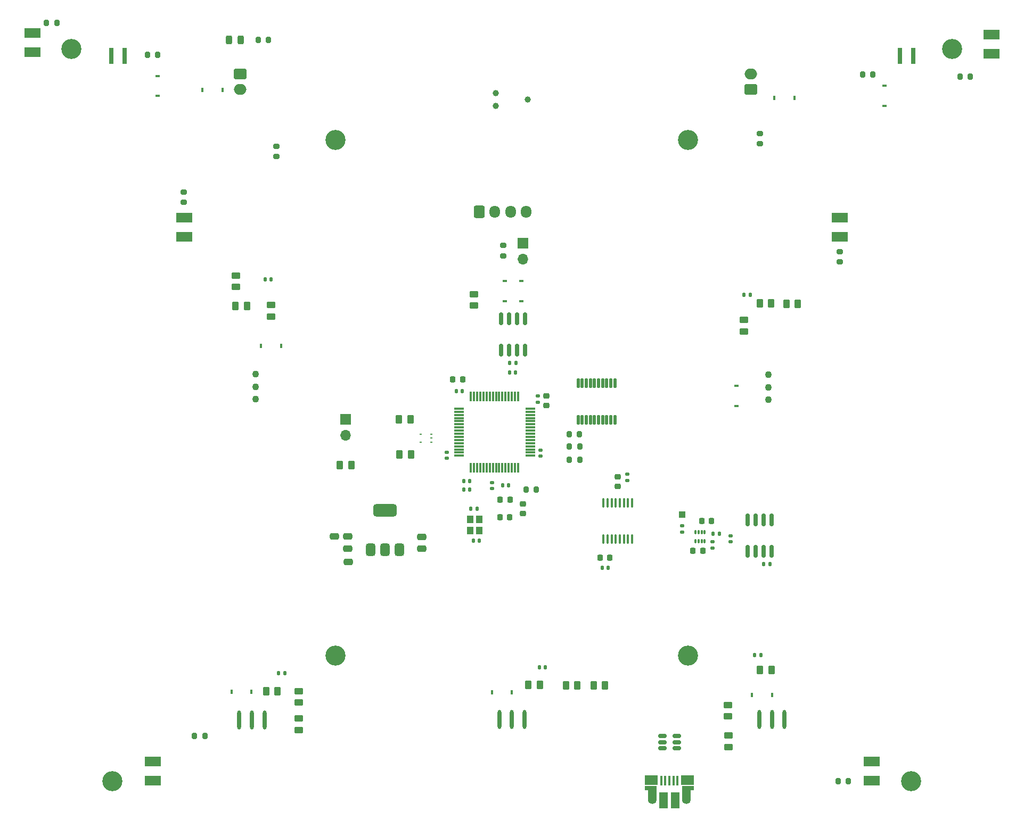
<source format=gts>
G04 #@! TF.GenerationSoftware,KiCad,Pcbnew,8.0.2*
G04 #@! TF.CreationDate,2025-01-24T23:56:58-07:00*
G04 #@! TF.ProjectId,steering wheel v4,73746565-7269-46e6-9720-776865656c20,rev?*
G04 #@! TF.SameCoordinates,Original*
G04 #@! TF.FileFunction,Soldermask,Top*
G04 #@! TF.FilePolarity,Negative*
%FSLAX46Y46*%
G04 Gerber Fmt 4.6, Leading zero omitted, Abs format (unit mm)*
G04 Created by KiCad (PCBNEW 8.0.2) date 2025-01-24 23:56:58*
%MOMM*%
%LPD*%
G01*
G04 APERTURE LIST*
G04 Aperture macros list*
%AMRoundRect*
0 Rectangle with rounded corners*
0 $1 Rounding radius*
0 $2 $3 $4 $5 $6 $7 $8 $9 X,Y pos of 4 corners*
0 Add a 4 corners polygon primitive as box body*
4,1,4,$2,$3,$4,$5,$6,$7,$8,$9,$2,$3,0*
0 Add four circle primitives for the rounded corners*
1,1,$1+$1,$2,$3*
1,1,$1+$1,$4,$5*
1,1,$1+$1,$6,$7*
1,1,$1+$1,$8,$9*
0 Add four rect primitives between the rounded corners*
20,1,$1+$1,$2,$3,$4,$5,0*
20,1,$1+$1,$4,$5,$6,$7,0*
20,1,$1+$1,$6,$7,$8,$9,0*
20,1,$1+$1,$8,$9,$2,$3,0*%
G04 Aperture macros list end*
%ADD10RoundRect,0.140000X-0.140000X-0.170000X0.140000X-0.170000X0.140000X0.170000X-0.140000X0.170000X0*%
%ADD11RoundRect,0.225000X-0.225000X-0.250000X0.225000X-0.250000X0.225000X0.250000X-0.225000X0.250000X0*%
%ADD12RoundRect,0.250000X0.475000X-0.250000X0.475000X0.250000X-0.475000X0.250000X-0.475000X-0.250000X0*%
%ADD13RoundRect,0.200000X-0.200000X-0.275000X0.200000X-0.275000X0.200000X0.275000X-0.200000X0.275000X0*%
%ADD14R,1.000000X1.150000*%
%ADD15C,3.200000*%
%ADD16RoundRect,0.250000X-0.262500X-0.450000X0.262500X-0.450000X0.262500X0.450000X-0.262500X0.450000X0*%
%ADD17R,1.700000X1.700000*%
%ADD18O,1.700000X1.700000*%
%ADD19R,0.800000X0.400000*%
%ADD20RoundRect,0.250000X-0.450000X0.262500X-0.450000X-0.262500X0.450000X-0.262500X0.450000X0.262500X0*%
%ADD21RoundRect,0.140000X0.170000X-0.140000X0.170000X0.140000X-0.170000X0.140000X-0.170000X-0.140000X0*%
%ADD22RoundRect,0.200000X0.200000X0.275000X-0.200000X0.275000X-0.200000X-0.275000X0.200000X-0.275000X0*%
%ADD23R,2.600000X1.500000*%
%ADD24RoundRect,0.250000X0.450000X-0.262500X0.450000X0.262500X-0.450000X0.262500X-0.450000X-0.262500X0*%
%ADD25RoundRect,0.250000X0.262500X0.450000X-0.262500X0.450000X-0.262500X-0.450000X0.262500X-0.450000X0*%
%ADD26RoundRect,0.218750X-0.256250X0.218750X-0.256250X-0.218750X0.256250X-0.218750X0.256250X0.218750X0*%
%ADD27RoundRect,0.135000X-0.185000X0.135000X-0.185000X-0.135000X0.185000X-0.135000X0.185000X0.135000X0*%
%ADD28R,0.400000X1.650000*%
%ADD29R,1.825000X0.700000*%
%ADD30R,2.000000X1.500000*%
%ADD31R,1.350000X2.000000*%
%ADD32O,1.350000X1.700000*%
%ADD33O,1.100000X1.500000*%
%ADD34R,1.430000X2.500000*%
%ADD35C,1.100000*%
%ADD36RoundRect,0.100000X0.100000X-0.637500X0.100000X0.637500X-0.100000X0.637500X-0.100000X-0.637500X0*%
%ADD37RoundRect,0.200000X0.275000X-0.200000X0.275000X0.200000X-0.275000X0.200000X-0.275000X-0.200000X0*%
%ADD38RoundRect,0.225000X0.250000X-0.225000X0.250000X0.225000X-0.250000X0.225000X-0.250000X-0.225000X0*%
%ADD39R,0.400000X0.800000*%
%ADD40RoundRect,0.200000X-0.275000X0.200000X-0.275000X-0.200000X0.275000X-0.200000X0.275000X0.200000X0*%
%ADD41RoundRect,0.140000X-0.170000X0.140000X-0.170000X-0.140000X0.170000X-0.140000X0.170000X0.140000X0*%
%ADD42R,1.000000X1.000000*%
%ADD43RoundRect,0.375000X0.375000X-0.625000X0.375000X0.625000X-0.375000X0.625000X-0.375000X-0.625000X0*%
%ADD44RoundRect,0.500000X1.400000X-0.500000X1.400000X0.500000X-1.400000X0.500000X-1.400000X-0.500000X0*%
%ADD45RoundRect,0.135000X-0.135000X-0.185000X0.135000X-0.185000X0.135000X0.185000X-0.135000X0.185000X0*%
%ADD46RoundRect,0.150000X0.512500X0.150000X-0.512500X0.150000X-0.512500X-0.150000X0.512500X-0.150000X0*%
%ADD47RoundRect,0.150000X0.150000X-0.825000X0.150000X0.825000X-0.150000X0.825000X-0.150000X-0.825000X0*%
%ADD48R,0.750000X2.530000*%
%ADD49RoundRect,0.250000X-0.600000X-0.725000X0.600000X-0.725000X0.600000X0.725000X-0.600000X0.725000X0*%
%ADD50O,1.700000X1.950000*%
%ADD51RoundRect,0.250000X-0.750000X0.600000X-0.750000X-0.600000X0.750000X-0.600000X0.750000X0.600000X0*%
%ADD52O,2.000000X1.700000*%
%ADD53RoundRect,0.300000X0.000010X1.200000X-0.000010X1.200000X-0.000010X-1.200000X0.000010X-1.200000X0*%
%ADD54RoundRect,0.075000X0.075000X-0.260000X0.075000X0.260000X-0.075000X0.260000X-0.075000X-0.260000X0*%
%ADD55RoundRect,0.075000X0.075000X-0.700000X0.075000X0.700000X-0.075000X0.700000X-0.075000X-0.700000X0*%
%ADD56RoundRect,0.075000X0.700000X-0.075000X0.700000X0.075000X-0.700000X0.075000X-0.700000X-0.075000X0*%
%ADD57RoundRect,0.050000X0.175000X-0.700000X0.175000X0.700000X-0.175000X0.700000X-0.175000X-0.700000X0*%
%ADD58RoundRect,0.090000X0.135000X-0.660000X0.135000X0.660000X-0.135000X0.660000X-0.135000X-0.660000X0*%
%ADD59RoundRect,0.225000X0.225000X0.250000X-0.225000X0.250000X-0.225000X-0.250000X0.225000X-0.250000X0*%
%ADD60RoundRect,0.140000X0.140000X0.170000X-0.140000X0.170000X-0.140000X-0.170000X0.140000X-0.170000X0*%
%ADD61R,0.425000X0.200000*%
%ADD62RoundRect,0.250000X0.750000X-0.600000X0.750000X0.600000X-0.750000X0.600000X-0.750000X-0.600000X0*%
%ADD63RoundRect,0.135000X0.185000X-0.135000X0.185000X0.135000X-0.185000X0.135000X-0.185000X-0.135000X0*%
%ADD64RoundRect,0.250000X-0.475000X0.250000X-0.475000X-0.250000X0.475000X-0.250000X0.475000X0.250000X0*%
%ADD65RoundRect,0.243750X-0.243750X-0.456250X0.243750X-0.456250X0.243750X0.456250X-0.243750X0.456250X0*%
%ADD66C,0.990600*%
G04 APERTURE END LIST*
D10*
X166286122Y-113562913D03*
X167246122Y-113562913D03*
D11*
X150071122Y-102762913D03*
X151621122Y-102762913D03*
D12*
X125871122Y-110512913D03*
X125871122Y-108612913D03*
D11*
X150021122Y-105562913D03*
X151571122Y-105562913D03*
D12*
X123746122Y-108562913D03*
D13*
X154196122Y-101087913D03*
X155846122Y-101087913D03*
D14*
X145346122Y-105887913D03*
X145346122Y-107637913D03*
X146746122Y-107637913D03*
X146746122Y-105887913D03*
D15*
X179921122Y-45487913D03*
X123921122Y-127500000D03*
D16*
X195583622Y-71537913D03*
X197408622Y-71537913D03*
D17*
X125471122Y-89922913D03*
D18*
X125471122Y-92462913D03*
D13*
X223171122Y-35412913D03*
X224821122Y-35412913D03*
D15*
X221921122Y-30987913D03*
D10*
X191991122Y-112987913D03*
X192951122Y-112987913D03*
D19*
X95646122Y-35312913D03*
X95646122Y-38512913D03*
D20*
X186246122Y-135387913D03*
X186246122Y-137212913D03*
D21*
X148796122Y-100992913D03*
X148796122Y-100032913D03*
D15*
X123921122Y-45487913D03*
D22*
X103125000Y-140300000D03*
X101475000Y-140300000D03*
D23*
X94850000Y-147400000D03*
X94850000Y-144400000D03*
D10*
X143116122Y-85487913D03*
X144076122Y-85487913D03*
D20*
X186346122Y-140250413D03*
X186346122Y-142075413D03*
D24*
X108071122Y-68887913D03*
X108071122Y-67062913D03*
D13*
X203780000Y-147520000D03*
X205430000Y-147520000D03*
D25*
X135808622Y-89987913D03*
X133983622Y-89987913D03*
D26*
X153696122Y-103387913D03*
X153696122Y-104962913D03*
D27*
X178996122Y-106867913D03*
X178996122Y-107887913D03*
D28*
X175675000Y-147435000D03*
X176325000Y-147435000D03*
X176975000Y-147435000D03*
X177625000Y-147435000D03*
X178275000Y-147435000D03*
D29*
X174025000Y-148635000D03*
D30*
X174125000Y-147335000D03*
D31*
X174245000Y-149385000D03*
D32*
X174245000Y-150315000D03*
D33*
X174555000Y-147315000D03*
D34*
X176015000Y-150585000D03*
X177935000Y-150585000D03*
D33*
X179395000Y-147315000D03*
D32*
X179705000Y-150315000D03*
D31*
X179725000Y-149385000D03*
D30*
X179875000Y-147315000D03*
D29*
X179975000Y-148635000D03*
D17*
X153700000Y-61900000D03*
D18*
X153700000Y-64440000D03*
D13*
X207671122Y-35087913D03*
X209321122Y-35087913D03*
D35*
X192721122Y-82837913D03*
X192721122Y-84837913D03*
X192721122Y-86837913D03*
D23*
X204075000Y-57900000D03*
X204075000Y-60900000D03*
D36*
X166496122Y-108987913D03*
X167146122Y-108987913D03*
X167796122Y-108987913D03*
X168446122Y-108987913D03*
X169096122Y-108987913D03*
X169746122Y-108987913D03*
X170396122Y-108987913D03*
X171046122Y-108987913D03*
X171046122Y-103262913D03*
X170396122Y-103262913D03*
X169746122Y-103262913D03*
X169096122Y-103262913D03*
X168446122Y-103262913D03*
X167796122Y-103262913D03*
X167146122Y-103262913D03*
X166496122Y-103262913D03*
D11*
X182151122Y-106137913D03*
X183701122Y-106137913D03*
D37*
X204096122Y-64912913D03*
X204096122Y-63262913D03*
D19*
X150825000Y-71150000D03*
X150825000Y-67950000D03*
X187675000Y-87837500D03*
X187675000Y-84637500D03*
D24*
X145896122Y-71837913D03*
X145896122Y-70012913D03*
D38*
X157421122Y-87762913D03*
X157421122Y-86212913D03*
D39*
X196871122Y-38787913D03*
X193671122Y-38787913D03*
D40*
X99796122Y-53787913D03*
X99796122Y-55437913D03*
D41*
X141571122Y-95162913D03*
X141571122Y-96122913D03*
D25*
X135883622Y-95512913D03*
X134058622Y-95512913D03*
D42*
X179025000Y-105075000D03*
D39*
X112075000Y-78250000D03*
X115275000Y-78250000D03*
D23*
X99870000Y-60885000D03*
X99870000Y-57885000D03*
D43*
X129471122Y-110687913D03*
X131771122Y-110687913D03*
D44*
X131771122Y-104387913D03*
D43*
X134071122Y-110687913D03*
D25*
X156358622Y-132237913D03*
X154533622Y-132237913D03*
D37*
X150550000Y-63950000D03*
X150550000Y-62300000D03*
D45*
X183886122Y-108177913D03*
X184906122Y-108177913D03*
D10*
X145411122Y-104187913D03*
X146371122Y-104187913D03*
D46*
X178137500Y-142256043D03*
X178137500Y-141306043D03*
X178137500Y-140356043D03*
X175862500Y-140356043D03*
X175862500Y-141306043D03*
X175862500Y-142256043D03*
D10*
X144261122Y-101162913D03*
X145221122Y-101162913D03*
D21*
X170271122Y-99662913D03*
X170271122Y-98702913D03*
D13*
X111608622Y-29612913D03*
X113258622Y-29612913D03*
D47*
X150186122Y-78912913D03*
X151456122Y-78912913D03*
X152726122Y-78912913D03*
X153996122Y-78912913D03*
X153996122Y-73962913D03*
X152726122Y-73962913D03*
X151456122Y-73962913D03*
X150186122Y-73962913D03*
D23*
X228200000Y-28750000D03*
X228200000Y-31750000D03*
D48*
X213598622Y-32095413D03*
X215728622Y-32095413D03*
D49*
X146721122Y-56937913D03*
D50*
X149221122Y-56937913D03*
X151721122Y-56937913D03*
X154221122Y-56937913D03*
D22*
X95646122Y-31987913D03*
X93996122Y-31987913D03*
D19*
X211171122Y-36887913D03*
X211171122Y-40087913D03*
D21*
X186696122Y-109457913D03*
X186696122Y-108497913D03*
D51*
X108721122Y-34987913D03*
D52*
X108721122Y-37487913D03*
D53*
X195296122Y-137737913D03*
X193296122Y-137737913D03*
X191296122Y-137737913D03*
D20*
X118071122Y-133187913D03*
X118071122Y-135012913D03*
D12*
X137621122Y-110537913D03*
X137621122Y-108637913D03*
D15*
X88421122Y-147487913D03*
D10*
X150446122Y-100412913D03*
X151406122Y-100412913D03*
D11*
X142546122Y-83612913D03*
X144096122Y-83612913D03*
D53*
X153946122Y-137712913D03*
X151946122Y-137712913D03*
X149946122Y-137712913D03*
D54*
X181096122Y-109377913D03*
X181596122Y-109377913D03*
X182096122Y-109377913D03*
X182596122Y-109377913D03*
X182596122Y-107897913D03*
X182096122Y-107897913D03*
X181596122Y-107897913D03*
X181096122Y-107897913D03*
D48*
X90336122Y-32112913D03*
X88206122Y-32112913D03*
D13*
X161071122Y-96387913D03*
X162721122Y-96387913D03*
D55*
X145421122Y-97662913D03*
X145921122Y-97662913D03*
X146421122Y-97662913D03*
X146921122Y-97662913D03*
X147421122Y-97662913D03*
X147921122Y-97662913D03*
X148421122Y-97662913D03*
X148921122Y-97662913D03*
X149421122Y-97662913D03*
X149921122Y-97662913D03*
X150421122Y-97662913D03*
X150921122Y-97662913D03*
X151421122Y-97662913D03*
X151921122Y-97662913D03*
X152421122Y-97662913D03*
X152921122Y-97662913D03*
D56*
X154846122Y-95737913D03*
X154846122Y-95237913D03*
X154846122Y-94737913D03*
X154846122Y-94237913D03*
X154846122Y-93737913D03*
X154846122Y-93237913D03*
X154846122Y-92737913D03*
X154846122Y-92237913D03*
X154846122Y-91737913D03*
X154846122Y-91237913D03*
X154846122Y-90737913D03*
X154846122Y-90237913D03*
X154846122Y-89737913D03*
X154846122Y-89237913D03*
X154846122Y-88737913D03*
X154846122Y-88237913D03*
D55*
X152921122Y-86312913D03*
X152421122Y-86312913D03*
X151921122Y-86312913D03*
X151421122Y-86312913D03*
X150921122Y-86312913D03*
X150421122Y-86312913D03*
X149921122Y-86312913D03*
X149421122Y-86312913D03*
X148921122Y-86312913D03*
X148421122Y-86312913D03*
X147921122Y-86312913D03*
X147421122Y-86312913D03*
X146921122Y-86312913D03*
X146421122Y-86312913D03*
X145921122Y-86312913D03*
X145421122Y-86312913D03*
D56*
X143496122Y-88237913D03*
X143496122Y-88737913D03*
X143496122Y-89237913D03*
X143496122Y-89737913D03*
X143496122Y-90237913D03*
X143496122Y-90737913D03*
X143496122Y-91237913D03*
X143496122Y-91737913D03*
X143496122Y-92237913D03*
X143496122Y-92737913D03*
X143496122Y-93237913D03*
X143496122Y-93737913D03*
X143496122Y-94237913D03*
X143496122Y-94737913D03*
X143496122Y-95237913D03*
X143496122Y-95737913D03*
D22*
X162746122Y-94287913D03*
X161096122Y-94287913D03*
D39*
X148746122Y-133362913D03*
X151946122Y-133362913D03*
D10*
X151611122Y-81012913D03*
X152571122Y-81012913D03*
D16*
X160507500Y-132260000D03*
X162332500Y-132260000D03*
D11*
X165971122Y-111962913D03*
X167521122Y-111962913D03*
D20*
X113646122Y-71762913D03*
X113646122Y-73587913D03*
D15*
X215421122Y-147487913D03*
D23*
X75725000Y-31500000D03*
X75725000Y-28500000D03*
D16*
X191333622Y-71512913D03*
X193158622Y-71512913D03*
D10*
X151586122Y-82537913D03*
X152546122Y-82537913D03*
D57*
X162471122Y-90012913D03*
X163121122Y-90012913D03*
X163771122Y-90012913D03*
X164421122Y-90012913D03*
X165071122Y-90012913D03*
D58*
X165721122Y-90012913D03*
D57*
X166371122Y-90012913D03*
D58*
X167021122Y-90012913D03*
X167671122Y-90012913D03*
D57*
X168321122Y-90012913D03*
X168321122Y-84212913D03*
X167671122Y-84212913D03*
D58*
X167021122Y-84212913D03*
X166371122Y-84212913D03*
D57*
X165721122Y-84212913D03*
D58*
X165071122Y-84212913D03*
X164421122Y-84212913D03*
D57*
X163771122Y-84212913D03*
D58*
X163121122Y-84212913D03*
X162471122Y-84212913D03*
D59*
X182271122Y-110877913D03*
X180721122Y-110877913D03*
D10*
X188841122Y-70112913D03*
X189801122Y-70112913D03*
D15*
X179921122Y-127500000D03*
D25*
X109821122Y-71887913D03*
X107996122Y-71887913D03*
X126421122Y-97262913D03*
X124596122Y-97262913D03*
D20*
X188821122Y-74112913D03*
X188821122Y-75937913D03*
D38*
X168771122Y-100612913D03*
X168771122Y-99062913D03*
D39*
X102746122Y-37537913D03*
X105946122Y-37537913D03*
D40*
X114521122Y-46487913D03*
X114521122Y-48137913D03*
D60*
X146735000Y-109284999D03*
X145775000Y-109284999D03*
D61*
X139121122Y-93587913D03*
X139121122Y-92937913D03*
X139121122Y-92287913D03*
X137446122Y-92287913D03*
X137446122Y-93587913D03*
D10*
X144271122Y-99787913D03*
X145231122Y-99787913D03*
D19*
X153475000Y-67975000D03*
X153475000Y-71175000D03*
D21*
X156496122Y-95792913D03*
X156496122Y-94832913D03*
D35*
X111156122Y-86752913D03*
X111156122Y-84752913D03*
X111156122Y-82752913D03*
D47*
X189436122Y-110912913D03*
X190706122Y-110912913D03*
X191976122Y-110912913D03*
X193246122Y-110912913D03*
X193246122Y-105962913D03*
X191976122Y-105962913D03*
X190706122Y-105962913D03*
X189436122Y-105962913D03*
D41*
X156046122Y-86262913D03*
X156046122Y-87222913D03*
D10*
X114866122Y-130312913D03*
X115826122Y-130312913D03*
D15*
X81921122Y-30987913D03*
D16*
X191383622Y-129812913D03*
X193208622Y-129812913D03*
D60*
X113651122Y-67662913D03*
X112691122Y-67662913D03*
D20*
X118046122Y-137562913D03*
X118046122Y-139387913D03*
D22*
X79571122Y-26837913D03*
X77921122Y-26837913D03*
D16*
X164920000Y-132310000D03*
X166745000Y-132310000D03*
D40*
X191396122Y-44462913D03*
X191396122Y-46112913D03*
D62*
X189921122Y-37487913D03*
D52*
X189921122Y-34987913D03*
D63*
X183826122Y-110447913D03*
X183826122Y-109427913D03*
D64*
X125921122Y-112637913D03*
D53*
X112596122Y-137787913D03*
X110596122Y-137787913D03*
X108596122Y-137787913D03*
D39*
X107346122Y-133337913D03*
X110546122Y-133337913D03*
D25*
X114696122Y-133237913D03*
X112871122Y-133237913D03*
D13*
X161046122Y-92287913D03*
X162696122Y-92287913D03*
D39*
X190096122Y-133837913D03*
X193296122Y-133837913D03*
D65*
X106950000Y-29587500D03*
X108825000Y-29587500D03*
D10*
X156311122Y-129437913D03*
X157271122Y-129437913D03*
D23*
X209175000Y-144425000D03*
X209175000Y-147425000D03*
D60*
X191521122Y-127462913D03*
X190561122Y-127462913D03*
D66*
X154461122Y-39087913D03*
X149381122Y-40103913D03*
X149381122Y-38071913D03*
M02*

</source>
